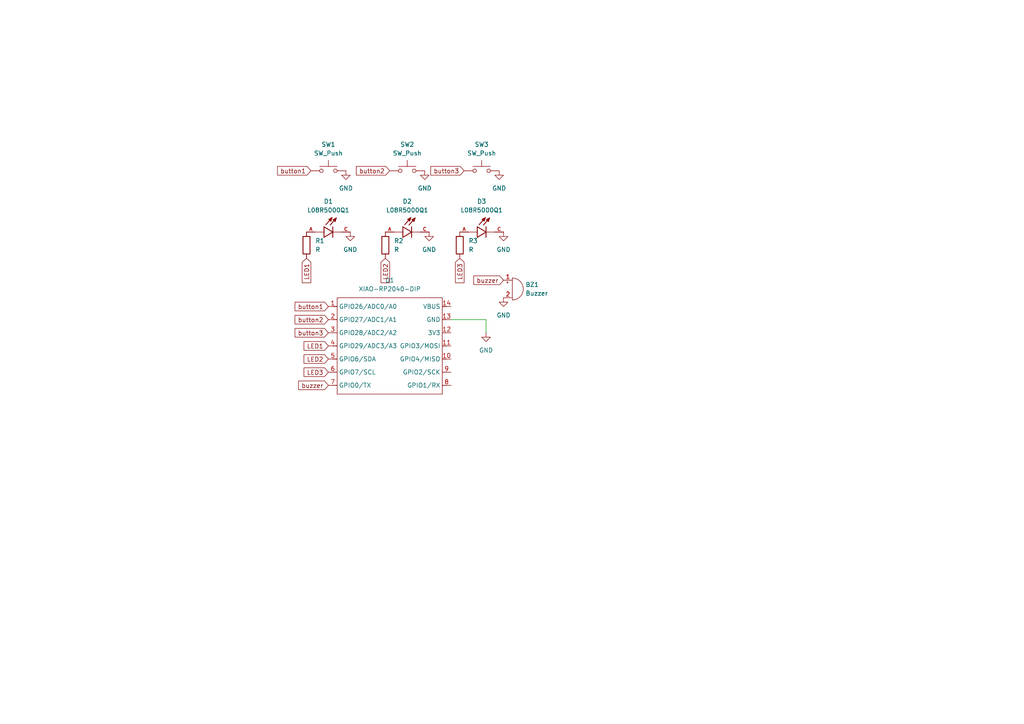
<source format=kicad_sch>
(kicad_sch
	(version 20250114)
	(generator "eeschema")
	(generator_version "9.0")
	(uuid "c80fa80f-0ab4-4538-8d2e-f3f3eae7d722")
	(paper "A4")
	(lib_symbols
		(symbol "Device:Buzzer"
			(pin_names
				(offset 0.0254)
				(hide yes)
			)
			(exclude_from_sim no)
			(in_bom yes)
			(on_board yes)
			(property "Reference" "BZ"
				(at 3.81 1.27 0)
				(effects
					(font
						(size 1.27 1.27)
					)
					(justify left)
				)
			)
			(property "Value" "Buzzer"
				(at 3.81 -1.27 0)
				(effects
					(font
						(size 1.27 1.27)
					)
					(justify left)
				)
			)
			(property "Footprint" ""
				(at -0.635 2.54 90)
				(effects
					(font
						(size 1.27 1.27)
					)
					(hide yes)
				)
			)
			(property "Datasheet" "~"
				(at -0.635 2.54 90)
				(effects
					(font
						(size 1.27 1.27)
					)
					(hide yes)
				)
			)
			(property "Description" "Buzzer, polarized"
				(at 0 0 0)
				(effects
					(font
						(size 1.27 1.27)
					)
					(hide yes)
				)
			)
			(property "ki_keywords" "quartz resonator ceramic"
				(at 0 0 0)
				(effects
					(font
						(size 1.27 1.27)
					)
					(hide yes)
				)
			)
			(property "ki_fp_filters" "*Buzzer*"
				(at 0 0 0)
				(effects
					(font
						(size 1.27 1.27)
					)
					(hide yes)
				)
			)
			(symbol "Buzzer_0_1"
				(polyline
					(pts
						(xy -1.651 1.905) (xy -1.143 1.905)
					)
					(stroke
						(width 0)
						(type default)
					)
					(fill
						(type none)
					)
				)
				(polyline
					(pts
						(xy -1.397 2.159) (xy -1.397 1.651)
					)
					(stroke
						(width 0)
						(type default)
					)
					(fill
						(type none)
					)
				)
				(arc
					(start 0 3.175)
					(mid 3.1612 0)
					(end 0 -3.175)
					(stroke
						(width 0)
						(type default)
					)
					(fill
						(type none)
					)
				)
				(polyline
					(pts
						(xy 0 3.175) (xy 0 -3.175)
					)
					(stroke
						(width 0)
						(type default)
					)
					(fill
						(type none)
					)
				)
			)
			(symbol "Buzzer_1_1"
				(pin passive line
					(at -2.54 2.54 0)
					(length 2.54)
					(name "+"
						(effects
							(font
								(size 1.27 1.27)
							)
						)
					)
					(number "1"
						(effects
							(font
								(size 1.27 1.27)
							)
						)
					)
				)
				(pin passive line
					(at -2.54 -2.54 0)
					(length 2.54)
					(name "-"
						(effects
							(font
								(size 1.27 1.27)
							)
						)
					)
					(number "2"
						(effects
							(font
								(size 1.27 1.27)
							)
						)
					)
				)
			)
			(embedded_fonts no)
		)
		(symbol "Device:R"
			(pin_numbers
				(hide yes)
			)
			(pin_names
				(offset 0)
			)
			(exclude_from_sim no)
			(in_bom yes)
			(on_board yes)
			(property "Reference" "R"
				(at 2.032 0 90)
				(effects
					(font
						(size 1.27 1.27)
					)
				)
			)
			(property "Value" "R"
				(at 0 0 90)
				(effects
					(font
						(size 1.27 1.27)
					)
				)
			)
			(property "Footprint" ""
				(at -1.778 0 90)
				(effects
					(font
						(size 1.27 1.27)
					)
					(hide yes)
				)
			)
			(property "Datasheet" "~"
				(at 0 0 0)
				(effects
					(font
						(size 1.27 1.27)
					)
					(hide yes)
				)
			)
			(property "Description" "Resistor"
				(at 0 0 0)
				(effects
					(font
						(size 1.27 1.27)
					)
					(hide yes)
				)
			)
			(property "ki_keywords" "R res resistor"
				(at 0 0 0)
				(effects
					(font
						(size 1.27 1.27)
					)
					(hide yes)
				)
			)
			(property "ki_fp_filters" "R_*"
				(at 0 0 0)
				(effects
					(font
						(size 1.27 1.27)
					)
					(hide yes)
				)
			)
			(symbol "R_0_1"
				(rectangle
					(start -1.016 -2.54)
					(end 1.016 2.54)
					(stroke
						(width 0.254)
						(type default)
					)
					(fill
						(type none)
					)
				)
			)
			(symbol "R_1_1"
				(pin passive line
					(at 0 3.81 270)
					(length 1.27)
					(name "~"
						(effects
							(font
								(size 1.27 1.27)
							)
						)
					)
					(number "1"
						(effects
							(font
								(size 1.27 1.27)
							)
						)
					)
				)
				(pin passive line
					(at 0 -3.81 90)
					(length 1.27)
					(name "~"
						(effects
							(font
								(size 1.27 1.27)
							)
						)
					)
					(number "2"
						(effects
							(font
								(size 1.27 1.27)
							)
						)
					)
				)
			)
			(embedded_fonts no)
		)
		(symbol "L08R5000Q1:L08R5000Q1"
			(pin_names
				(offset 1.016)
			)
			(exclude_from_sim no)
			(in_bom yes)
			(on_board yes)
			(property "Reference" "D"
				(at -3.0988 4.4958 0)
				(effects
					(font
						(size 1.27 1.27)
					)
					(justify left bottom)
				)
			)
			(property "Value" "L08R5000Q1"
				(at -3.556 -3.302 0)
				(effects
					(font
						(size 1.27 1.27)
					)
					(justify left bottom)
				)
			)
			(property "Footprint" "L08R5000Q1:LEDRD254W57D500H1070"
				(at 0 0 0)
				(effects
					(font
						(size 1.27 1.27)
					)
					(justify bottom)
					(hide yes)
				)
			)
			(property "Datasheet" ""
				(at 0 0 0)
				(effects
					(font
						(size 1.27 1.27)
					)
					(hide yes)
				)
			)
			(property "Description" ""
				(at 0 0 0)
				(effects
					(font
						(size 1.27 1.27)
					)
					(hide yes)
				)
			)
			(property "MF" "LED Technology"
				(at 0 0 0)
				(effects
					(font
						(size 1.27 1.27)
					)
					(justify bottom)
					(hide yes)
				)
			)
			(property "MAXIMUM_PACKAGE_HEIGHT" "10.7mm"
				(at 0 0 0)
				(effects
					(font
						(size 1.27 1.27)
					)
					(justify bottom)
					(hide yes)
				)
			)
			(property "Package" "None"
				(at 0 0 0)
				(effects
					(font
						(size 1.27 1.27)
					)
					(justify bottom)
					(hide yes)
				)
			)
			(property "Price" "None"
				(at 0 0 0)
				(effects
					(font
						(size 1.27 1.27)
					)
					(justify bottom)
					(hide yes)
				)
			)
			(property "Check_prices" "https://www.snapeda.com/parts/L08R5000Q1/LED+Technology/view-part/?ref=eda"
				(at 0 0 0)
				(effects
					(font
						(size 1.27 1.27)
					)
					(justify bottom)
					(hide yes)
				)
			)
			(property "STANDARD" "IPC-7351B"
				(at 0 0 0)
				(effects
					(font
						(size 1.27 1.27)
					)
					(justify bottom)
					(hide yes)
				)
			)
			(property "PARTREV" "NA"
				(at 0 0 0)
				(effects
					(font
						(size 1.27 1.27)
					)
					(justify bottom)
					(hide yes)
				)
			)
			(property "SnapEDA_Link" "https://www.snapeda.com/parts/L08R5000Q1/LED+Technology/view-part/?ref=snap"
				(at 0 0 0)
				(effects
					(font
						(size 1.27 1.27)
					)
					(justify bottom)
					(hide yes)
				)
			)
			(property "MP" "L08R5000Q1"
				(at 0 0 0)
				(effects
					(font
						(size 1.27 1.27)
					)
					(justify bottom)
					(hide yes)
				)
			)
			(property "Description_1" "LED, 5MM, ORANGE; LED / Lamp Size: 5mm / T-1 3/4; LED Colour: Orange; Typ Luminous Intensity: 4.3mcd; Viewing Angle: ..."
				(at 0 0 0)
				(effects
					(font
						(size 1.27 1.27)
					)
					(justify bottom)
					(hide yes)
				)
			)
			(property "Availability" "Not in stock"
				(at 0 0 0)
				(effects
					(font
						(size 1.27 1.27)
					)
					(justify bottom)
					(hide yes)
				)
			)
			(property "MANUFACTURER" "LED TECHNOLOGY"
				(at 0 0 0)
				(effects
					(font
						(size 1.27 1.27)
					)
					(justify bottom)
					(hide yes)
				)
			)
			(symbol "L08R5000Q1_0_0"
				(polyline
					(pts
						(xy -2.54 1.524) (xy -2.54 0)
					)
					(stroke
						(width 0.254)
						(type default)
					)
					(fill
						(type none)
					)
				)
				(polyline
					(pts
						(xy -2.54 0) (xy -5.08 0)
					)
					(stroke
						(width 0.1524)
						(type default)
					)
					(fill
						(type none)
					)
				)
				(polyline
					(pts
						(xy -2.54 0) (xy -2.54 -1.524)
					)
					(stroke
						(width 0.254)
						(type default)
					)
					(fill
						(type none)
					)
				)
				(polyline
					(pts
						(xy -2.54 -1.524) (xy 0 0)
					)
					(stroke
						(width 0.254)
						(type default)
					)
					(fill
						(type none)
					)
				)
				(polyline
					(pts
						(xy -1.1176 3.683) (xy -0.2286 4.1656)
					)
					(stroke
						(width 0.254)
						(type default)
					)
					(fill
						(type none)
					)
				)
				(polyline
					(pts
						(xy -0.9398 3.6068) (xy -0.7112 3.7592)
					)
					(stroke
						(width 0.254)
						(type default)
					)
					(fill
						(type none)
					)
				)
				(polyline
					(pts
						(xy -0.5588 3.2004) (xy -1.1176 3.683)
					)
					(stroke
						(width 0.254)
						(type default)
					)
					(fill
						(type none)
					)
				)
				(polyline
					(pts
						(xy -0.5588 3.2004) (xy -0.5334 3.937)
					)
					(stroke
						(width 0.254)
						(type default)
					)
					(fill
						(type none)
					)
				)
				(polyline
					(pts
						(xy -0.5334 3.937) (xy -0.6604 3.937)
					)
					(stroke
						(width 0.254)
						(type default)
					)
					(fill
						(type none)
					)
				)
				(polyline
					(pts
						(xy -0.2286 4.1656) (xy -2.0066 2.1336)
					)
					(stroke
						(width 0.254)
						(type default)
					)
					(fill
						(type none)
					)
				)
				(polyline
					(pts
						(xy -0.2286 4.1656) (xy -0.5588 3.2004)
					)
					(stroke
						(width 0.254)
						(type default)
					)
					(fill
						(type none)
					)
				)
				(polyline
					(pts
						(xy 0 1.524) (xy 0 0)
					)
					(stroke
						(width 0.254)
						(type default)
					)
					(fill
						(type none)
					)
				)
				(polyline
					(pts
						(xy 0 0) (xy -2.54 1.524)
					)
					(stroke
						(width 0.254)
						(type default)
					)
					(fill
						(type none)
					)
				)
				(polyline
					(pts
						(xy 0 0) (xy 0 -1.524)
					)
					(stroke
						(width 0.254)
						(type default)
					)
					(fill
						(type none)
					)
				)
				(polyline
					(pts
						(xy 0.127 3.5814) (xy 1.016 4.064)
					)
					(stroke
						(width 0.254)
						(type default)
					)
					(fill
						(type none)
					)
				)
				(polyline
					(pts
						(xy 0.3048 3.5052) (xy 0.5334 3.6576)
					)
					(stroke
						(width 0.254)
						(type default)
					)
					(fill
						(type none)
					)
				)
				(polyline
					(pts
						(xy 0.6858 3.0988) (xy 0.127 3.5814)
					)
					(stroke
						(width 0.254)
						(type default)
					)
					(fill
						(type none)
					)
				)
				(polyline
					(pts
						(xy 0.6858 3.0988) (xy 0.7112 3.8354)
					)
					(stroke
						(width 0.254)
						(type default)
					)
					(fill
						(type none)
					)
				)
				(polyline
					(pts
						(xy 0.7112 3.8354) (xy 0.5842 3.8354)
					)
					(stroke
						(width 0.254)
						(type default)
					)
					(fill
						(type none)
					)
				)
				(polyline
					(pts
						(xy 1.016 4.064) (xy -0.762 2.032)
					)
					(stroke
						(width 0.254)
						(type default)
					)
					(fill
						(type none)
					)
				)
				(polyline
					(pts
						(xy 1.016 4.064) (xy 0.6858 3.0988)
					)
					(stroke
						(width 0.254)
						(type default)
					)
					(fill
						(type none)
					)
				)
				(polyline
					(pts
						(xy 2.54 0) (xy 0 0)
					)
					(stroke
						(width 0.1524)
						(type default)
					)
					(fill
						(type none)
					)
				)
				(pin passive line
					(at -7.62 0 0)
					(length 2.54)
					(name "~"
						(effects
							(font
								(size 1.016 1.016)
							)
						)
					)
					(number "A"
						(effects
							(font
								(size 1.016 1.016)
							)
						)
					)
				)
				(pin passive line
					(at 5.08 0 180)
					(length 2.54)
					(name "~"
						(effects
							(font
								(size 1.016 1.016)
							)
						)
					)
					(number "C"
						(effects
							(font
								(size 1.016 1.016)
							)
						)
					)
				)
			)
			(embedded_fonts no)
		)
		(symbol "Seeed_Studio_XIAO_Series:XIAO-RP2040-DIP"
			(exclude_from_sim no)
			(in_bom yes)
			(on_board yes)
			(property "Reference" "U"
				(at 0 0 0)
				(effects
					(font
						(size 1.27 1.27)
					)
				)
			)
			(property "Value" "XIAO-RP2040-DIP"
				(at 5.334 -1.778 0)
				(effects
					(font
						(size 1.27 1.27)
					)
				)
			)
			(property "Footprint" "Module:MOUDLE14P-XIAO-DIP-SMD"
				(at 14.478 -32.258 0)
				(effects
					(font
						(size 1.27 1.27)
					)
					(hide yes)
				)
			)
			(property "Datasheet" ""
				(at 0 0 0)
				(effects
					(font
						(size 1.27 1.27)
					)
					(hide yes)
				)
			)
			(property "Description" ""
				(at 0 0 0)
				(effects
					(font
						(size 1.27 1.27)
					)
					(hide yes)
				)
			)
			(symbol "XIAO-RP2040-DIP_1_0"
				(polyline
					(pts
						(xy -1.27 -2.54) (xy 29.21 -2.54)
					)
					(stroke
						(width 0.1524)
						(type solid)
					)
					(fill
						(type none)
					)
				)
				(polyline
					(pts
						(xy -1.27 -5.08) (xy -2.54 -5.08)
					)
					(stroke
						(width 0.1524)
						(type solid)
					)
					(fill
						(type none)
					)
				)
				(polyline
					(pts
						(xy -1.27 -5.08) (xy -1.27 -2.54)
					)
					(stroke
						(width 0.1524)
						(type solid)
					)
					(fill
						(type none)
					)
				)
				(polyline
					(pts
						(xy -1.27 -8.89) (xy -2.54 -8.89)
					)
					(stroke
						(width 0.1524)
						(type solid)
					)
					(fill
						(type none)
					)
				)
				(polyline
					(pts
						(xy -1.27 -8.89) (xy -1.27 -5.08)
					)
					(stroke
						(width 0.1524)
						(type solid)
					)
					(fill
						(type none)
					)
				)
				(polyline
					(pts
						(xy -1.27 -12.7) (xy -2.54 -12.7)
					)
					(stroke
						(width 0.1524)
						(type solid)
					)
					(fill
						(type none)
					)
				)
				(polyline
					(pts
						(xy -1.27 -12.7) (xy -1.27 -8.89)
					)
					(stroke
						(width 0.1524)
						(type solid)
					)
					(fill
						(type none)
					)
				)
				(polyline
					(pts
						(xy -1.27 -16.51) (xy -2.54 -16.51)
					)
					(stroke
						(width 0.1524)
						(type solid)
					)
					(fill
						(type none)
					)
				)
				(polyline
					(pts
						(xy -1.27 -16.51) (xy -1.27 -12.7)
					)
					(stroke
						(width 0.1524)
						(type solid)
					)
					(fill
						(type none)
					)
				)
				(polyline
					(pts
						(xy -1.27 -20.32) (xy -2.54 -20.32)
					)
					(stroke
						(width 0.1524)
						(type solid)
					)
					(fill
						(type none)
					)
				)
				(polyline
					(pts
						(xy -1.27 -24.13) (xy -2.54 -24.13)
					)
					(stroke
						(width 0.1524)
						(type solid)
					)
					(fill
						(type none)
					)
				)
				(polyline
					(pts
						(xy -1.27 -27.94) (xy -2.54 -27.94)
					)
					(stroke
						(width 0.1524)
						(type solid)
					)
					(fill
						(type none)
					)
				)
				(polyline
					(pts
						(xy -1.27 -30.48) (xy -1.27 -16.51)
					)
					(stroke
						(width 0.1524)
						(type solid)
					)
					(fill
						(type none)
					)
				)
				(polyline
					(pts
						(xy 29.21 -2.54) (xy 29.21 -5.08)
					)
					(stroke
						(width 0.1524)
						(type solid)
					)
					(fill
						(type none)
					)
				)
				(polyline
					(pts
						(xy 29.21 -5.08) (xy 29.21 -8.89)
					)
					(stroke
						(width 0.1524)
						(type solid)
					)
					(fill
						(type none)
					)
				)
				(polyline
					(pts
						(xy 29.21 -8.89) (xy 29.21 -12.7)
					)
					(stroke
						(width 0.1524)
						(type solid)
					)
					(fill
						(type none)
					)
				)
				(polyline
					(pts
						(xy 29.21 -12.7) (xy 29.21 -30.48)
					)
					(stroke
						(width 0.1524)
						(type solid)
					)
					(fill
						(type none)
					)
				)
				(polyline
					(pts
						(xy 29.21 -30.48) (xy -1.27 -30.48)
					)
					(stroke
						(width 0.1524)
						(type solid)
					)
					(fill
						(type none)
					)
				)
				(polyline
					(pts
						(xy 30.48 -5.08) (xy 29.21 -5.08)
					)
					(stroke
						(width 0.1524)
						(type solid)
					)
					(fill
						(type none)
					)
				)
				(polyline
					(pts
						(xy 30.48 -8.89) (xy 29.21 -8.89)
					)
					(stroke
						(width 0.1524)
						(type solid)
					)
					(fill
						(type none)
					)
				)
				(polyline
					(pts
						(xy 30.48 -12.7) (xy 29.21 -12.7)
					)
					(stroke
						(width 0.1524)
						(type solid)
					)
					(fill
						(type none)
					)
				)
				(polyline
					(pts
						(xy 30.48 -16.51) (xy 29.21 -16.51)
					)
					(stroke
						(width 0.1524)
						(type solid)
					)
					(fill
						(type none)
					)
				)
				(polyline
					(pts
						(xy 30.48 -20.32) (xy 29.21 -20.32)
					)
					(stroke
						(width 0.1524)
						(type solid)
					)
					(fill
						(type none)
					)
				)
				(polyline
					(pts
						(xy 30.48 -24.13) (xy 29.21 -24.13)
					)
					(stroke
						(width 0.1524)
						(type solid)
					)
					(fill
						(type none)
					)
				)
				(polyline
					(pts
						(xy 30.48 -27.94) (xy 29.21 -27.94)
					)
					(stroke
						(width 0.1524)
						(type solid)
					)
					(fill
						(type none)
					)
				)
				(pin passive line
					(at -3.81 -5.08 0)
					(length 2.54)
					(name "GPIO26/ADC0/A0"
						(effects
							(font
								(size 1.27 1.27)
							)
						)
					)
					(number "1"
						(effects
							(font
								(size 1.27 1.27)
							)
						)
					)
				)
				(pin passive line
					(at -3.81 -8.89 0)
					(length 2.54)
					(name "GPIO27/ADC1/A1"
						(effects
							(font
								(size 1.27 1.27)
							)
						)
					)
					(number "2"
						(effects
							(font
								(size 1.27 1.27)
							)
						)
					)
				)
				(pin passive line
					(at -3.81 -12.7 0)
					(length 2.54)
					(name "GPIO28/ADC2/A2"
						(effects
							(font
								(size 1.27 1.27)
							)
						)
					)
					(number "3"
						(effects
							(font
								(size 1.27 1.27)
							)
						)
					)
				)
				(pin passive line
					(at -3.81 -16.51 0)
					(length 2.54)
					(name "GPIO29/ADC3/A3"
						(effects
							(font
								(size 1.27 1.27)
							)
						)
					)
					(number "4"
						(effects
							(font
								(size 1.27 1.27)
							)
						)
					)
				)
				(pin passive line
					(at -3.81 -20.32 0)
					(length 2.54)
					(name "GPIO6/SDA"
						(effects
							(font
								(size 1.27 1.27)
							)
						)
					)
					(number "5"
						(effects
							(font
								(size 1.27 1.27)
							)
						)
					)
				)
				(pin passive line
					(at -3.81 -24.13 0)
					(length 2.54)
					(name "GPIO7/SCL"
						(effects
							(font
								(size 1.27 1.27)
							)
						)
					)
					(number "6"
						(effects
							(font
								(size 1.27 1.27)
							)
						)
					)
				)
				(pin passive line
					(at -3.81 -27.94 0)
					(length 2.54)
					(name "GPIO0/TX"
						(effects
							(font
								(size 1.27 1.27)
							)
						)
					)
					(number "7"
						(effects
							(font
								(size 1.27 1.27)
							)
						)
					)
				)
				(pin passive line
					(at 31.75 -5.08 180)
					(length 2.54)
					(name "VBUS"
						(effects
							(font
								(size 1.27 1.27)
							)
						)
					)
					(number "14"
						(effects
							(font
								(size 1.27 1.27)
							)
						)
					)
				)
				(pin passive line
					(at 31.75 -8.89 180)
					(length 2.54)
					(name "GND"
						(effects
							(font
								(size 1.27 1.27)
							)
						)
					)
					(number "13"
						(effects
							(font
								(size 1.27 1.27)
							)
						)
					)
				)
				(pin passive line
					(at 31.75 -12.7 180)
					(length 2.54)
					(name "3V3"
						(effects
							(font
								(size 1.27 1.27)
							)
						)
					)
					(number "12"
						(effects
							(font
								(size 1.27 1.27)
							)
						)
					)
				)
				(pin passive line
					(at 31.75 -16.51 180)
					(length 2.54)
					(name "GPIO3/MOSI"
						(effects
							(font
								(size 1.27 1.27)
							)
						)
					)
					(number "11"
						(effects
							(font
								(size 1.27 1.27)
							)
						)
					)
				)
				(pin passive line
					(at 31.75 -20.32 180)
					(length 2.54)
					(name "GPIO4/MISO"
						(effects
							(font
								(size 1.27 1.27)
							)
						)
					)
					(number "10"
						(effects
							(font
								(size 1.27 1.27)
							)
						)
					)
				)
				(pin passive line
					(at 31.75 -24.13 180)
					(length 2.54)
					(name "GPIO2/SCK"
						(effects
							(font
								(size 1.27 1.27)
							)
						)
					)
					(number "9"
						(effects
							(font
								(size 1.27 1.27)
							)
						)
					)
				)
				(pin passive line
					(at 31.75 -27.94 180)
					(length 2.54)
					(name "GPIO1/RX"
						(effects
							(font
								(size 1.27 1.27)
							)
						)
					)
					(number "8"
						(effects
							(font
								(size 1.27 1.27)
							)
						)
					)
				)
			)
			(embedded_fonts no)
		)
		(symbol "Switch:SW_Push"
			(pin_numbers
				(hide yes)
			)
			(pin_names
				(offset 1.016)
				(hide yes)
			)
			(exclude_from_sim no)
			(in_bom yes)
			(on_board yes)
			(property "Reference" "SW"
				(at 1.27 2.54 0)
				(effects
					(font
						(size 1.27 1.27)
					)
					(justify left)
				)
			)
			(property "Value" "SW_Push"
				(at 0 -1.524 0)
				(effects
					(font
						(size 1.27 1.27)
					)
				)
			)
			(property "Footprint" ""
				(at 0 5.08 0)
				(effects
					(font
						(size 1.27 1.27)
					)
					(hide yes)
				)
			)
			(property "Datasheet" "~"
				(at 0 5.08 0)
				(effects
					(font
						(size 1.27 1.27)
					)
					(hide yes)
				)
			)
			(property "Description" "Push button switch, generic, two pins"
				(at 0 0 0)
				(effects
					(font
						(size 1.27 1.27)
					)
					(hide yes)
				)
			)
			(property "ki_keywords" "switch normally-open pushbutton push-button"
				(at 0 0 0)
				(effects
					(font
						(size 1.27 1.27)
					)
					(hide yes)
				)
			)
			(symbol "SW_Push_0_1"
				(circle
					(center -2.032 0)
					(radius 0.508)
					(stroke
						(width 0)
						(type default)
					)
					(fill
						(type none)
					)
				)
				(polyline
					(pts
						(xy 0 1.27) (xy 0 3.048)
					)
					(stroke
						(width 0)
						(type default)
					)
					(fill
						(type none)
					)
				)
				(circle
					(center 2.032 0)
					(radius 0.508)
					(stroke
						(width 0)
						(type default)
					)
					(fill
						(type none)
					)
				)
				(polyline
					(pts
						(xy 2.54 1.27) (xy -2.54 1.27)
					)
					(stroke
						(width 0)
						(type default)
					)
					(fill
						(type none)
					)
				)
				(pin passive line
					(at -5.08 0 0)
					(length 2.54)
					(name "1"
						(effects
							(font
								(size 1.27 1.27)
							)
						)
					)
					(number "1"
						(effects
							(font
								(size 1.27 1.27)
							)
						)
					)
				)
				(pin passive line
					(at 5.08 0 180)
					(length 2.54)
					(name "2"
						(effects
							(font
								(size 1.27 1.27)
							)
						)
					)
					(number "2"
						(effects
							(font
								(size 1.27 1.27)
							)
						)
					)
				)
			)
			(embedded_fonts no)
		)
		(symbol "power:GND"
			(power)
			(pin_numbers
				(hide yes)
			)
			(pin_names
				(offset 0)
				(hide yes)
			)
			(exclude_from_sim no)
			(in_bom yes)
			(on_board yes)
			(property "Reference" "#PWR"
				(at 0 -6.35 0)
				(effects
					(font
						(size 1.27 1.27)
					)
					(hide yes)
				)
			)
			(property "Value" "GND"
				(at 0 -3.81 0)
				(effects
					(font
						(size 1.27 1.27)
					)
				)
			)
			(property "Footprint" ""
				(at 0 0 0)
				(effects
					(font
						(size 1.27 1.27)
					)
					(hide yes)
				)
			)
			(property "Datasheet" ""
				(at 0 0 0)
				(effects
					(font
						(size 1.27 1.27)
					)
					(hide yes)
				)
			)
			(property "Description" "Power symbol creates a global label with name \"GND\" , ground"
				(at 0 0 0)
				(effects
					(font
						(size 1.27 1.27)
					)
					(hide yes)
				)
			)
			(property "ki_keywords" "global power"
				(at 0 0 0)
				(effects
					(font
						(size 1.27 1.27)
					)
					(hide yes)
				)
			)
			(symbol "GND_0_1"
				(polyline
					(pts
						(xy 0 0) (xy 0 -1.27) (xy 1.27 -1.27) (xy 0 -2.54) (xy -1.27 -1.27) (xy 0 -1.27)
					)
					(stroke
						(width 0)
						(type default)
					)
					(fill
						(type none)
					)
				)
			)
			(symbol "GND_1_1"
				(pin power_in line
					(at 0 0 270)
					(length 0)
					(name "~"
						(effects
							(font
								(size 1.27 1.27)
							)
						)
					)
					(number "1"
						(effects
							(font
								(size 1.27 1.27)
							)
						)
					)
				)
			)
			(embedded_fonts no)
		)
	)
	(wire
		(pts
			(xy 130.81 92.71) (xy 140.97 92.71)
		)
		(stroke
			(width 0)
			(type default)
		)
		(uuid "48c6587a-2047-4613-ad6c-e19af4257749")
	)
	(wire
		(pts
			(xy 140.97 92.71) (xy 140.97 96.52)
		)
		(stroke
			(width 0)
			(type default)
		)
		(uuid "bab4c1ab-2cf2-4cba-94e0-9eb30f7acfbc")
	)
	(global_label "LED3"
		(shape input)
		(at 95.25 107.95 180)
		(fields_autoplaced yes)
		(effects
			(font
				(size 1.27 1.27)
			)
			(justify right)
		)
		(uuid "0a5da04b-cb4b-4b7c-b1f8-3d188cff7557")
		(property "Intersheetrefs" "${INTERSHEET_REFS}"
			(at 87.6082 107.95 0)
			(effects
				(font
					(size 1.27 1.27)
				)
				(justify right)
				(hide yes)
			)
		)
	)
	(global_label "LED1"
		(shape input)
		(at 88.9 74.93 270)
		(fields_autoplaced yes)
		(effects
			(font
				(size 1.27 1.27)
			)
			(justify right)
		)
		(uuid "0a75dbf9-e4d3-46ed-86a5-c9e8a547f562")
		(property "Intersheetrefs" "${INTERSHEET_REFS}"
			(at 88.9 82.5718 90)
			(effects
				(font
					(size 1.27 1.27)
				)
				(justify right)
				(hide yes)
			)
		)
	)
	(global_label "LED3"
		(shape input)
		(at 133.35 74.93 270)
		(fields_autoplaced yes)
		(effects
			(font
				(size 1.27 1.27)
			)
			(justify right)
		)
		(uuid "0ad9b944-d4d7-46c2-8740-a17ef456124f")
		(property "Intersheetrefs" "${INTERSHEET_REFS}"
			(at 133.35 82.5718 90)
			(effects
				(font
					(size 1.27 1.27)
				)
				(justify right)
				(hide yes)
			)
		)
	)
	(global_label "button1"
		(shape input)
		(at 90.17 49.53 180)
		(fields_autoplaced yes)
		(effects
			(font
				(size 1.27 1.27)
			)
			(justify right)
		)
		(uuid "0d2353bd-bb47-4f35-af44-cbdf23721ec1")
		(property "Intersheetrefs" "${INTERSHEET_REFS}"
			(at 79.9279 49.53 0)
			(effects
				(font
					(size 1.27 1.27)
				)
				(justify right)
				(hide yes)
			)
		)
	)
	(global_label "LED2"
		(shape input)
		(at 111.76 74.93 270)
		(fields_autoplaced yes)
		(effects
			(font
				(size 1.27 1.27)
			)
			(justify right)
		)
		(uuid "1ab6893f-9059-474a-8d94-81dd994129d1")
		(property "Intersheetrefs" "${INTERSHEET_REFS}"
			(at 111.76 82.5718 90)
			(effects
				(font
					(size 1.27 1.27)
				)
				(justify right)
				(hide yes)
			)
		)
	)
	(global_label "LED1"
		(shape input)
		(at 95.25 100.33 180)
		(fields_autoplaced yes)
		(effects
			(font
				(size 1.27 1.27)
			)
			(justify right)
		)
		(uuid "1ea9657d-9b38-406d-8932-6b820cfe32a3")
		(property "Intersheetrefs" "${INTERSHEET_REFS}"
			(at 87.6082 100.33 0)
			(effects
				(font
					(size 1.27 1.27)
				)
				(justify right)
				(hide yes)
			)
		)
	)
	(global_label "LED2"
		(shape input)
		(at 95.25 104.14 180)
		(fields_autoplaced yes)
		(effects
			(font
				(size 1.27 1.27)
			)
			(justify right)
		)
		(uuid "50afa75e-a5fc-4574-b5d6-7231156582a9")
		(property "Intersheetrefs" "${INTERSHEET_REFS}"
			(at 87.6082 104.14 0)
			(effects
				(font
					(size 1.27 1.27)
				)
				(justify right)
				(hide yes)
			)
		)
	)
	(global_label "button3"
		(shape input)
		(at 95.25 96.52 180)
		(fields_autoplaced yes)
		(effects
			(font
				(size 1.27 1.27)
			)
			(justify right)
		)
		(uuid "619f39a4-462b-4bd1-aafa-5057f00c4c9d")
		(property "Intersheetrefs" "${INTERSHEET_REFS}"
			(at 85.0079 96.52 0)
			(effects
				(font
					(size 1.27 1.27)
				)
				(justify right)
				(hide yes)
			)
		)
	)
	(global_label "button1"
		(shape input)
		(at 95.25 88.9 180)
		(fields_autoplaced yes)
		(effects
			(font
				(size 1.27 1.27)
			)
			(justify right)
		)
		(uuid "800ff71c-97de-4f93-81f3-af01e52742de")
		(property "Intersheetrefs" "${INTERSHEET_REFS}"
			(at 85.0079 88.9 0)
			(effects
				(font
					(size 1.27 1.27)
				)
				(justify right)
				(hide yes)
			)
		)
	)
	(global_label "buzzer"
		(shape input)
		(at 95.25 111.76 180)
		(fields_autoplaced yes)
		(effects
			(font
				(size 1.27 1.27)
			)
			(justify right)
		)
		(uuid "90fd55bf-71f8-4acb-a9ef-bdf42f25668b")
		(property "Intersheetrefs" "${INTERSHEET_REFS}"
			(at 86.0358 111.76 0)
			(effects
				(font
					(size 1.27 1.27)
				)
				(justify right)
				(hide yes)
			)
		)
	)
	(global_label "button2"
		(shape input)
		(at 113.03 49.53 180)
		(fields_autoplaced yes)
		(effects
			(font
				(size 1.27 1.27)
			)
			(justify right)
		)
		(uuid "a7ab8c09-883f-4fee-8dff-f4e2f4b277d3")
		(property "Intersheetrefs" "${INTERSHEET_REFS}"
			(at 102.7879 49.53 0)
			(effects
				(font
					(size 1.27 1.27)
				)
				(justify right)
				(hide yes)
			)
		)
	)
	(global_label "button3"
		(shape input)
		(at 134.62 49.53 180)
		(fields_autoplaced yes)
		(effects
			(font
				(size 1.27 1.27)
			)
			(justify right)
		)
		(uuid "b1b833c9-8c5a-453f-b977-7c1bcecf053b")
		(property "Intersheetrefs" "${INTERSHEET_REFS}"
			(at 124.3779 49.53 0)
			(effects
				(font
					(size 1.27 1.27)
				)
				(justify right)
				(hide yes)
			)
		)
	)
	(global_label "button2"
		(shape input)
		(at 95.25 92.71 180)
		(fields_autoplaced yes)
		(effects
			(font
				(size 1.27 1.27)
			)
			(justify right)
		)
		(uuid "b8184403-78df-4bb1-95fa-42d856748a19")
		(property "Intersheetrefs" "${INTERSHEET_REFS}"
			(at 85.0079 92.71 0)
			(effects
				(font
					(size 1.27 1.27)
				)
				(justify right)
				(hide yes)
			)
		)
	)
	(global_label "buzzer"
		(shape input)
		(at 146.05 81.28 180)
		(fields_autoplaced yes)
		(effects
			(font
				(size 1.27 1.27)
			)
			(justify right)
		)
		(uuid "ce92f7a4-f7ec-45d0-a1af-56c8d6312056")
		(property "Intersheetrefs" "${INTERSHEET_REFS}"
			(at 136.8358 81.28 0)
			(effects
				(font
					(size 1.27 1.27)
				)
				(justify right)
				(hide yes)
			)
		)
	)
	(symbol
		(lib_id "power:GND")
		(at 146.05 86.36 0)
		(unit 1)
		(exclude_from_sim no)
		(in_bom yes)
		(on_board yes)
		(dnp no)
		(fields_autoplaced yes)
		(uuid "152be37c-de76-4365-a1e1-398ed4809c45")
		(property "Reference" "#PWR08"
			(at 146.05 92.71 0)
			(effects
				(font
					(size 1.27 1.27)
				)
				(hide yes)
			)
		)
		(property "Value" "GND"
			(at 146.05 91.44 0)
			(effects
				(font
					(size 1.27 1.27)
				)
			)
		)
		(property "Footprint" ""
			(at 146.05 86.36 0)
			(effects
				(font
					(size 1.27 1.27)
				)
				(hide yes)
			)
		)
		(property "Datasheet" ""
			(at 146.05 86.36 0)
			(effects
				(font
					(size 1.27 1.27)
				)
				(hide yes)
			)
		)
		(property "Description" "Power symbol creates a global label with name \"GND\" , ground"
			(at 146.05 86.36 0)
			(effects
				(font
					(size 1.27 1.27)
				)
				(hide yes)
			)
		)
		(pin "1"
			(uuid "a23906dd-88be-42ee-a5bf-722b15eedf2e")
		)
		(instances
			(project ""
				(path "/c80fa80f-0ab4-4538-8d2e-f3f3eae7d722"
					(reference "#PWR08")
					(unit 1)
				)
			)
		)
	)
	(symbol
		(lib_id "power:GND")
		(at 144.78 49.53 0)
		(unit 1)
		(exclude_from_sim no)
		(in_bom yes)
		(on_board yes)
		(dnp no)
		(fields_autoplaced yes)
		(uuid "1bf961d8-20d6-4d44-b4d9-5c6e92741241")
		(property "Reference" "#PWR03"
			(at 144.78 55.88 0)
			(effects
				(font
					(size 1.27 1.27)
				)
				(hide yes)
			)
		)
		(property "Value" "GND"
			(at 144.78 54.61 0)
			(effects
				(font
					(size 1.27 1.27)
				)
			)
		)
		(property "Footprint" ""
			(at 144.78 49.53 0)
			(effects
				(font
					(size 1.27 1.27)
				)
				(hide yes)
			)
		)
		(property "Datasheet" ""
			(at 144.78 49.53 0)
			(effects
				(font
					(size 1.27 1.27)
				)
				(hide yes)
			)
		)
		(property "Description" "Power symbol creates a global label with name \"GND\" , ground"
			(at 144.78 49.53 0)
			(effects
				(font
					(size 1.27 1.27)
				)
				(hide yes)
			)
		)
		(pin "1"
			(uuid "95279c5d-7d93-4ab9-a40b-cb4c1eb1231c")
		)
		(instances
			(project ""
				(path "/c80fa80f-0ab4-4538-8d2e-f3f3eae7d722"
					(reference "#PWR03")
					(unit 1)
				)
			)
		)
	)
	(symbol
		(lib_id "power:GND")
		(at 140.97 96.52 0)
		(unit 1)
		(exclude_from_sim no)
		(in_bom yes)
		(on_board yes)
		(dnp no)
		(fields_autoplaced yes)
		(uuid "2e8ddcc4-a136-439d-b416-29c920975e0f")
		(property "Reference" "#PWR07"
			(at 140.97 102.87 0)
			(effects
				(font
					(size 1.27 1.27)
				)
				(hide yes)
			)
		)
		(property "Value" "GND"
			(at 140.97 101.6 0)
			(effects
				(font
					(size 1.27 1.27)
				)
			)
		)
		(property "Footprint" ""
			(at 140.97 96.52 0)
			(effects
				(font
					(size 1.27 1.27)
				)
				(hide yes)
			)
		)
		(property "Datasheet" ""
			(at 140.97 96.52 0)
			(effects
				(font
					(size 1.27 1.27)
				)
				(hide yes)
			)
		)
		(property "Description" "Power symbol creates a global label with name \"GND\" , ground"
			(at 140.97 96.52 0)
			(effects
				(font
					(size 1.27 1.27)
				)
				(hide yes)
			)
		)
		(pin "1"
			(uuid "e81c9b83-4e82-4959-b901-752f223acf4f")
		)
		(instances
			(project ""
				(path "/c80fa80f-0ab4-4538-8d2e-f3f3eae7d722"
					(reference "#PWR07")
					(unit 1)
				)
			)
		)
	)
	(symbol
		(lib_id "Seeed_Studio_XIAO_Series:XIAO-RP2040-DIP")
		(at 99.06 83.82 0)
		(unit 1)
		(exclude_from_sim no)
		(in_bom yes)
		(on_board yes)
		(dnp no)
		(fields_autoplaced yes)
		(uuid "3953121f-cc37-4f54-944c-cbe0b4eb47f8")
		(property "Reference" "U1"
			(at 113.03 81.28 0)
			(effects
				(font
					(size 1.27 1.27)
				)
			)
		)
		(property "Value" "XIAO-RP2040-DIP"
			(at 113.03 83.82 0)
			(effects
				(font
					(size 1.27 1.27)
				)
			)
		)
		(property "Footprint" "footprints:XIAO-RP2040-DIP"
			(at 113.538 116.078 0)
			(effects
				(font
					(size 1.27 1.27)
				)
				(hide yes)
			)
		)
		(property "Datasheet" ""
			(at 99.06 83.82 0)
			(effects
				(font
					(size 1.27 1.27)
				)
				(hide yes)
			)
		)
		(property "Description" ""
			(at 99.06 83.82 0)
			(effects
				(font
					(size 1.27 1.27)
				)
				(hide yes)
			)
		)
		(pin "4"
			(uuid "3ce32b61-2234-49d5-b74c-44229ef30ddc")
		)
		(pin "2"
			(uuid "dbcf5961-8966-4129-8796-98caf5e4b7ea")
		)
		(pin "8"
			(uuid "9994c5b8-0cca-4af7-ae99-ff57e0f0cc41")
		)
		(pin "9"
			(uuid "89274a27-4bf6-4907-a5a0-cec13cd03b71")
		)
		(pin "12"
			(uuid "039a31f2-c0c8-4e6b-8db4-6af6cd111df1")
		)
		(pin "1"
			(uuid "fcfd20fd-a496-4504-b07f-3330a6de06cf")
		)
		(pin "13"
			(uuid "9bf5157e-ad77-40ae-890b-d22b7786e299")
		)
		(pin "6"
			(uuid "5ef939f1-fa04-4ce0-bf87-4aa04636098c")
		)
		(pin "7"
			(uuid "76e7cd2d-9c3d-40a9-9094-6a9a2fe33aac")
		)
		(pin "5"
			(uuid "13287c91-c6f1-4131-a476-b234c8f5b91f")
		)
		(pin "14"
			(uuid "0f7e60d6-1ed1-419b-ab8c-498239a6a53a")
		)
		(pin "10"
			(uuid "61555054-efbd-4bd6-b262-112ad1d7a174")
		)
		(pin "11"
			(uuid "ba891810-0899-44d8-884c-62929b0f8334")
		)
		(pin "3"
			(uuid "f0d0ef3b-4884-417c-9287-88b8e2c9f10c")
		)
		(instances
			(project ""
				(path "/c80fa80f-0ab4-4538-8d2e-f3f3eae7d722"
					(reference "U1")
					(unit 1)
				)
			)
		)
	)
	(symbol
		(lib_id "L08R5000Q1:L08R5000Q1")
		(at 119.38 67.31 0)
		(unit 1)
		(exclude_from_sim no)
		(in_bom yes)
		(on_board yes)
		(dnp no)
		(fields_autoplaced yes)
		(uuid "410c3736-2567-4960-9edf-8a6acd6fad0c")
		(property "Reference" "D2"
			(at 118.11 58.42 0)
			(effects
				(font
					(size 1.27 1.27)
				)
			)
		)
		(property "Value" "L08R5000Q1"
			(at 118.11 60.96 0)
			(effects
				(font
					(size 1.27 1.27)
				)
			)
		)
		(property "Footprint" "footprints:LEDRD254W57D500H1070"
			(at 119.38 67.31 0)
			(effects
				(font
					(size 1.27 1.27)
				)
				(justify bottom)
				(hide yes)
			)
		)
		(property "Datasheet" ""
			(at 119.38 67.31 0)
			(effects
				(font
					(size 1.27 1.27)
				)
				(hide yes)
			)
		)
		(property "Description" ""
			(at 119.38 67.31 0)
			(effects
				(font
					(size 1.27 1.27)
				)
				(hide yes)
			)
		)
		(property "MF" "LED Technology"
			(at 119.38 67.31 0)
			(effects
				(font
					(size 1.27 1.27)
				)
				(justify bottom)
				(hide yes)
			)
		)
		(property "MAXIMUM_PACKAGE_HEIGHT" "10.7mm"
			(at 119.38 67.31 0)
			(effects
				(font
					(size 1.27 1.27)
				)
				(justify bottom)
				(hide yes)
			)
		)
		(property "Package" "None"
			(at 119.38 67.31 0)
			(effects
				(font
					(size 1.27 1.27)
				)
				(justify bottom)
				(hide yes)
			)
		)
		(property "Price" "None"
			(at 119.38 67.31 0)
			(effects
				(font
					(size 1.27 1.27)
				)
				(justify bottom)
				(hide yes)
			)
		)
		(property "Check_prices" "https://www.snapeda.com/parts/L08R5000Q1/LED+Technology/view-part/?ref=eda"
			(at 119.38 67.31 0)
			(effects
				(font
					(size 1.27 1.27)
				)
				(justify bottom)
				(hide yes)
			)
		)
		(property "STANDARD" "IPC-7351B"
			(at 119.38 67.31 0)
			(effects
				(font
					(size 1.27 1.27)
				)
				(justify bottom)
				(hide yes)
			)
		)
		(property "PARTREV" "NA"
			(at 119.38 67.31 0)
			(effects
				(font
					(size 1.27 1.27)
				)
				(justify bottom)
				(hide yes)
			)
		)
		(property "SnapEDA_Link" "https://www.snapeda.com/parts/L08R5000Q1/LED+Technology/view-part/?ref=snap"
			(at 119.38 67.31 0)
			(effects
				(font
					(size 1.27 1.27)
				)
				(justify bottom)
				(hide yes)
			)
		)
		(property "MP" "L08R5000Q1"
			(at 119.38 67.31 0)
			(effects
				(font
					(size 1.27 1.27)
				)
				(justify bottom)
				(hide yes)
			)
		)
		(property "Description_1" "LED, 5MM, ORANGE; LED / Lamp Size: 5mm / T-1 3/4; LED Colour: Orange; Typ Luminous Intensity: 4.3mcd; Viewing Angle: ..."
			(at 119.38 67.31 0)
			(effects
				(font
					(size 1.27 1.27)
				)
				(justify bottom)
				(hide yes)
			)
		)
		(property "Availability" "Not in stock"
			(at 119.38 67.31 0)
			(effects
				(font
					(size 1.27 1.27)
				)
				(justify bottom)
				(hide yes)
			)
		)
		(property "MANUFACTURER" "LED TECHNOLOGY"
			(at 119.38 67.31 0)
			(effects
				(font
					(size 1.27 1.27)
				)
				(justify bottom)
				(hide yes)
			)
		)
		(pin "C"
			(uuid "830eeaaa-63a7-480c-b469-c4405586423d")
		)
		(pin "A"
			(uuid "d2c2f0e6-fb44-41de-b708-008cec108667")
		)
		(instances
			(project ""
				(path "/c80fa80f-0ab4-4538-8d2e-f3f3eae7d722"
					(reference "D2")
					(unit 1)
				)
			)
		)
	)
	(symbol
		(lib_id "L08R5000Q1:L08R5000Q1")
		(at 96.52 67.31 0)
		(unit 1)
		(exclude_from_sim no)
		(in_bom yes)
		(on_board yes)
		(dnp no)
		(fields_autoplaced yes)
		(uuid "45299700-5834-4726-b316-3a1f7cafa1d0")
		(property "Reference" "D1"
			(at 95.25 58.42 0)
			(effects
				(font
					(size 1.27 1.27)
				)
			)
		)
		(property "Value" "L08R5000Q1"
			(at 95.25 60.96 0)
			(effects
				(font
					(size 1.27 1.27)
				)
			)
		)
		(property "Footprint" "footprints:LEDRD254W57D500H1070"
			(at 96.52 67.31 0)
			(effects
				(font
					(size 1.27 1.27)
				)
				(justify bottom)
				(hide yes)
			)
		)
		(property "Datasheet" ""
			(at 96.52 67.31 0)
			(effects
				(font
					(size 1.27 1.27)
				)
				(hide yes)
			)
		)
		(property "Description" ""
			(at 96.52 67.31 0)
			(effects
				(font
					(size 1.27 1.27)
				)
				(hide yes)
			)
		)
		(property "MF" "LED Technology"
			(at 96.52 67.31 0)
			(effects
				(font
					(size 1.27 1.27)
				)
				(justify bottom)
				(hide yes)
			)
		)
		(property "MAXIMUM_PACKAGE_HEIGHT" "10.7mm"
			(at 96.52 67.31 0)
			(effects
				(font
					(size 1.27 1.27)
				)
				(justify bottom)
				(hide yes)
			)
		)
		(property "Package" "None"
			(at 96.52 67.31 0)
			(effects
				(font
					(size 1.27 1.27)
				)
				(justify bottom)
				(hide yes)
			)
		)
		(property "Price" "None"
			(at 96.52 67.31 0)
			(effects
				(font
					(size 1.27 1.27)
				)
				(justify bottom)
				(hide yes)
			)
		)
		(property "Check_prices" "https://www.snapeda.com/parts/L08R5000Q1/LED+Technology/view-part/?ref=eda"
			(at 96.52 67.31 0)
			(effects
				(font
					(size 1.27 1.27)
				)
				(justify bottom)
				(hide yes)
			)
		)
		(property "STANDARD" "IPC-7351B"
			(at 96.52 67.31 0)
			(effects
				(font
					(size 1.27 1.27)
				)
				(justify bottom)
				(hide yes)
			)
		)
		(property "PARTREV" "NA"
			(at 96.52 67.31 0)
			(effects
				(font
					(size 1.27 1.27)
				)
				(justify bottom)
				(hide yes)
			)
		)
		(property "SnapEDA_Link" "https://www.snapeda.com/parts/L08R5000Q1/LED+Technology/view-part/?ref=snap"
			(at 96.52 67.31 0)
			(effects
				(font
					(size 1.27 1.27)
				)
				(justify bottom)
				(hide yes)
			)
		)
		(property "MP" "L08R5000Q1"
			(at 96.52 67.31 0)
			(effects
				(font
					(size 1.27 1.27)
				)
				(justify bottom)
				(hide yes)
			)
		)
		(property "Description_1" "LED, 5MM, ORANGE; LED / Lamp Size: 5mm / T-1 3/4; LED Colour: Orange; Typ Luminous Intensity: 4.3mcd; Viewing Angle: ..."
			(at 96.52 67.31 0)
			(effects
				(font
					(size 1.27 1.27)
				)
				(justify bottom)
				(hide yes)
			)
		)
		(property "Availability" "Not in stock"
			(at 96.52 67.31 0)
			(effects
				(font
					(size 1.27 1.27)
				)
				(justify bottom)
				(hide yes)
			)
		)
		(property "MANUFACTURER" "LED TECHNOLOGY"
			(at 96.52 67.31 0)
			(effects
				(font
					(size 1.27 1.27)
				)
				(justify bottom)
				(hide yes)
			)
		)
		(pin "A"
			(uuid "55dfe916-41e8-4f7a-991a-2816e79368e3")
		)
		(pin "C"
			(uuid "931ecd49-d3eb-4bda-96d4-a31eea3e6dd5")
		)
		(instances
			(project ""
				(path "/c80fa80f-0ab4-4538-8d2e-f3f3eae7d722"
					(reference "D1")
					(unit 1)
				)
			)
		)
	)
	(symbol
		(lib_id "Switch:SW_Push")
		(at 118.11 49.53 0)
		(unit 1)
		(exclude_from_sim no)
		(in_bom yes)
		(on_board yes)
		(dnp no)
		(fields_autoplaced yes)
		(uuid "5552bdaa-e36b-4e69-91e5-64aaa13d8451")
		(property "Reference" "SW2"
			(at 118.11 41.91 0)
			(effects
				(font
					(size 1.27 1.27)
				)
			)
		)
		(property "Value" "SW_Push"
			(at 118.11 44.45 0)
			(effects
				(font
					(size 1.27 1.27)
				)
			)
		)
		(property "Footprint" "Button_Switch_Keyboard:SW_Cherry_MX_1.00u_PCB"
			(at 118.11 44.45 0)
			(effects
				(font
					(size 1.27 1.27)
				)
				(hide yes)
			)
		)
		(property "Datasheet" "~"
			(at 118.11 44.45 0)
			(effects
				(font
					(size 1.27 1.27)
				)
				(hide yes)
			)
		)
		(property "Description" "Push button switch, generic, two pins"
			(at 118.11 49.53 0)
			(effects
				(font
					(size 1.27 1.27)
				)
				(hide yes)
			)
		)
		(pin "1"
			(uuid "cdff03d7-d9ad-41df-a7b4-53b622c9c31e")
		)
		(pin "2"
			(uuid "8f6dfdd2-86f4-47b2-a078-66b73736655b")
		)
		(instances
			(project ""
				(path "/c80fa80f-0ab4-4538-8d2e-f3f3eae7d722"
					(reference "SW2")
					(unit 1)
				)
			)
		)
	)
	(symbol
		(lib_id "power:GND")
		(at 101.6 67.31 0)
		(unit 1)
		(exclude_from_sim no)
		(in_bom yes)
		(on_board yes)
		(dnp no)
		(fields_autoplaced yes)
		(uuid "5fbe2d2e-0094-47a0-bc3b-9a521b67a2af")
		(property "Reference" "#PWR05"
			(at 101.6 73.66 0)
			(effects
				(font
					(size 1.27 1.27)
				)
				(hide yes)
			)
		)
		(property "Value" "GND"
			(at 101.6 72.39 0)
			(effects
				(font
					(size 1.27 1.27)
				)
			)
		)
		(property "Footprint" ""
			(at 101.6 67.31 0)
			(effects
				(font
					(size 1.27 1.27)
				)
				(hide yes)
			)
		)
		(property "Datasheet" ""
			(at 101.6 67.31 0)
			(effects
				(font
					(size 1.27 1.27)
				)
				(hide yes)
			)
		)
		(property "Description" "Power symbol creates a global label with name \"GND\" , ground"
			(at 101.6 67.31 0)
			(effects
				(font
					(size 1.27 1.27)
				)
				(hide yes)
			)
		)
		(pin "1"
			(uuid "ff23ee0c-5b87-4f91-bba5-65e2d8b99ee5")
		)
		(instances
			(project ""
				(path "/c80fa80f-0ab4-4538-8d2e-f3f3eae7d722"
					(reference "#PWR05")
					(unit 1)
				)
			)
		)
	)
	(symbol
		(lib_id "Switch:SW_Push")
		(at 139.7 49.53 0)
		(unit 1)
		(exclude_from_sim no)
		(in_bom yes)
		(on_board yes)
		(dnp no)
		(fields_autoplaced yes)
		(uuid "695f8c1e-780a-4ea6-a909-50b4eae125a5")
		(property "Reference" "SW3"
			(at 139.7 41.91 0)
			(effects
				(font
					(size 1.27 1.27)
				)
			)
		)
		(property "Value" "SW_Push"
			(at 139.7 44.45 0)
			(effects
				(font
					(size 1.27 1.27)
				)
			)
		)
		(property "Footprint" "Button_Switch_Keyboard:SW_Cherry_MX_1.00u_PCB"
			(at 139.7 44.45 0)
			(effects
				(font
					(size 1.27 1.27)
				)
				(hide yes)
			)
		)
		(property "Datasheet" "~"
			(at 139.7 44.45 0)
			(effects
				(font
					(size 1.27 1.27)
				)
				(hide yes)
			)
		)
		(property "Description" "Push button switch, generic, two pins"
			(at 139.7 49.53 0)
			(effects
				(font
					(size 1.27 1.27)
				)
				(hide yes)
			)
		)
		(pin "1"
			(uuid "7726967c-bf9c-44af-a4d1-b4e9c12b74bc")
		)
		(pin "2"
			(uuid "2ee5ec96-4c3f-40d5-b87e-3a4dda16642a")
		)
		(instances
			(project ""
				(path "/c80fa80f-0ab4-4538-8d2e-f3f3eae7d722"
					(reference "SW3")
					(unit 1)
				)
			)
		)
	)
	(symbol
		(lib_id "L08R5000Q1:L08R5000Q1")
		(at 140.97 67.31 0)
		(unit 1)
		(exclude_from_sim no)
		(in_bom yes)
		(on_board yes)
		(dnp no)
		(fields_autoplaced yes)
		(uuid "806bb58a-c10a-478d-9067-d457e5ee888e")
		(property "Reference" "D3"
			(at 139.7 58.42 0)
			(effects
				(font
					(size 1.27 1.27)
				)
			)
		)
		(property "Value" "L08R5000Q1"
			(at 139.7 60.96 0)
			(effects
				(font
					(size 1.27 1.27)
				)
			)
		)
		(property "Footprint" "footprints:LEDRD254W57D500H1070"
			(at 140.97 67.31 0)
			(effects
				(font
					(size 1.27 1.27)
				)
				(justify bottom)
				(hide yes)
			)
		)
		(property "Datasheet" ""
			(at 140.97 67.31 0)
			(effects
				(font
					(size 1.27 1.27)
				)
				(hide yes)
			)
		)
		(property "Description" ""
			(at 140.97 67.31 0)
			(effects
				(font
					(size 1.27 1.27)
				)
				(hide yes)
			)
		)
		(property "MF" "LED Technology"
			(at 140.97 67.31 0)
			(effects
				(font
					(size 1.27 1.27)
				)
				(justify bottom)
				(hide yes)
			)
		)
		(property "MAXIMUM_PACKAGE_HEIGHT" "10.7mm"
			(at 140.97 67.31 0)
			(effects
				(font
					(size 1.27 1.27)
				)
				(justify bottom)
				(hide yes)
			)
		)
		(property "Package" "None"
			(at 140.97 67.31 0)
			(effects
				(font
					(size 1.27 1.27)
				)
				(justify bottom)
				(hide yes)
			)
		)
		(property "Price" "None"
			(at 140.97 67.31 0)
			(effects
				(font
					(size 1.27 1.27)
				)
				(justify bottom)
				(hide yes)
			)
		)
		(property "Check_prices" "https://www.snapeda.com/parts/L08R5000Q1/LED+Technology/view-part/?ref=eda"
			(at 140.97 67.31 0)
			(effects
				(font
					(size 1.27 1.27)
				)
				(justify bottom)
				(hide yes)
			)
		)
		(property "STANDARD" "IPC-7351B"
			(at 140.97 67.31 0)
			(effects
				(font
					(size 1.27 1.27)
				)
				(justify bottom)
				(hide yes)
			)
		)
		(property "PARTREV" "NA"
			(at 140.97 67.31 0)
			(effects
				(font
					(size 1.27 1.27)
				)
				(justify bottom)
				(hide yes)
			)
		)
		(property "SnapEDA_Link" "https://www.snapeda.com/parts/L08R5000Q1/LED+Technology/view-part/?ref=snap"
			(at 140.97 67.31 0)
			(effects
				(font
					(size 1.27 1.27)
				)
				(justify bottom)
				(hide yes)
			)
		)
		(property "MP" "L08R5000Q1"
			(at 140.97 67.31 0)
			(effects
				(font
					(size 1.27 1.27)
				)
				(justify bottom)
				(hide yes)
			)
		)
		(property "Description_1" "LED, 5MM, ORANGE; LED / Lamp Size: 5mm / T-1 3/4; LED Colour: Orange; Typ Luminous Intensity: 4.3mcd; Viewing Angle: ..."
			(at 140.97 67.31 0)
			(effects
				(font
					(size 1.27 1.27)
				)
				(justify bottom)
				(hide yes)
			)
		)
		(property "Availability" "Not in stock"
			(at 140.97 67.31 0)
			(effects
				(font
					(size 1.27 1.27)
				)
				(justify bottom)
				(hide yes)
			)
		)
		(property "MANUFACTURER" "LED TECHNOLOGY"
			(at 140.97 67.31 0)
			(effects
				(font
					(size 1.27 1.27)
				)
				(justify bottom)
				(hide yes)
			)
		)
		(pin "C"
			(uuid "c7383395-6073-4ec4-91ca-eadeb3006474")
		)
		(pin "A"
			(uuid "4c0fe9cf-0414-43b7-bd2d-ae3ae005f46d")
		)
		(instances
			(project ""
				(path "/c80fa80f-0ab4-4538-8d2e-f3f3eae7d722"
					(reference "D3")
					(unit 1)
				)
			)
		)
	)
	(symbol
		(lib_id "Device:R")
		(at 111.76 71.12 0)
		(unit 1)
		(exclude_from_sim no)
		(in_bom yes)
		(on_board yes)
		(dnp no)
		(fields_autoplaced yes)
		(uuid "91d25533-723f-4068-a481-fb76670134a1")
		(property "Reference" "R2"
			(at 114.3 69.8499 0)
			(effects
				(font
					(size 1.27 1.27)
				)
				(justify left)
			)
		)
		(property "Value" "R"
			(at 114.3 72.3899 0)
			(effects
				(font
					(size 1.27 1.27)
				)
				(justify left)
			)
		)
		(property "Footprint" "Resistor_THT:R_Axial_DIN0204_L3.6mm_D1.6mm_P5.08mm_Horizontal"
			(at 109.982 71.12 90)
			(effects
				(font
					(size 1.27 1.27)
				)
				(hide yes)
			)
		)
		(property "Datasheet" "~"
			(at 111.76 71.12 0)
			(effects
				(font
					(size 1.27 1.27)
				)
				(hide yes)
			)
		)
		(property "Description" "Resistor"
			(at 111.76 71.12 0)
			(effects
				(font
					(size 1.27 1.27)
				)
				(hide yes)
			)
		)
		(pin "1"
			(uuid "ca084602-e9a1-4016-a96f-754bde493388")
		)
		(pin "2"
			(uuid "0be14c52-8365-4c36-9262-8f60a0380a4a")
		)
		(instances
			(project ""
				(path "/c80fa80f-0ab4-4538-8d2e-f3f3eae7d722"
					(reference "R2")
					(unit 1)
				)
			)
		)
	)
	(symbol
		(lib_id "Switch:SW_Push")
		(at 95.25 49.53 0)
		(unit 1)
		(exclude_from_sim no)
		(in_bom yes)
		(on_board yes)
		(dnp no)
		(fields_autoplaced yes)
		(uuid "9e48b74e-ee98-4e0d-8db8-fec01b45782a")
		(property "Reference" "SW1"
			(at 95.25 41.91 0)
			(effects
				(font
					(size 1.27 1.27)
				)
			)
		)
		(property "Value" "SW_Push"
			(at 95.25 44.45 0)
			(effects
				(font
					(size 1.27 1.27)
				)
			)
		)
		(property "Footprint" "Button_Switch_Keyboard:SW_Cherry_MX_1.00u_PCB"
			(at 95.25 44.45 0)
			(effects
				(font
					(size 1.27 1.27)
				)
				(hide yes)
			)
		)
		(property "Datasheet" "~"
			(at 95.25 44.45 0)
			(effects
				(font
					(size 1.27 1.27)
				)
				(hide yes)
			)
		)
		(property "Description" "Push button switch, generic, two pins"
			(at 95.25 49.53 0)
			(effects
				(font
					(size 1.27 1.27)
				)
				(hide yes)
			)
		)
		(pin "2"
			(uuid "9df894a4-28c9-4e72-ba11-9f4ca8b366ee")
		)
		(pin "1"
			(uuid "d07c3363-8fa2-42b6-a85a-964905c92112")
		)
		(instances
			(project ""
				(path "/c80fa80f-0ab4-4538-8d2e-f3f3eae7d722"
					(reference "SW1")
					(unit 1)
				)
			)
		)
	)
	(symbol
		(lib_id "Device:R")
		(at 88.9 71.12 0)
		(unit 1)
		(exclude_from_sim no)
		(in_bom yes)
		(on_board yes)
		(dnp no)
		(fields_autoplaced yes)
		(uuid "a96221db-d3d3-4a5e-ace3-d81e51298b1f")
		(property "Reference" "R1"
			(at 91.44 69.8499 0)
			(effects
				(font
					(size 1.27 1.27)
				)
				(justify left)
			)
		)
		(property "Value" "R"
			(at 91.44 72.3899 0)
			(effects
				(font
					(size 1.27 1.27)
				)
				(justify left)
			)
		)
		(property "Footprint" "Resistor_THT:R_Axial_DIN0204_L3.6mm_D1.6mm_P5.08mm_Horizontal"
			(at 87.122 71.12 90)
			(effects
				(font
					(size 1.27 1.27)
				)
				(hide yes)
			)
		)
		(property "Datasheet" "~"
			(at 88.9 71.12 0)
			(effects
				(font
					(size 1.27 1.27)
				)
				(hide yes)
			)
		)
		(property "Description" "Resistor"
			(at 88.9 71.12 0)
			(effects
				(font
					(size 1.27 1.27)
				)
				(hide yes)
			)
		)
		(pin "2"
			(uuid "2ea02ffe-c0de-4d69-8dad-b319d7019cb8")
		)
		(pin "1"
			(uuid "1efcf51d-06d6-466a-a252-812dc386ac93")
		)
		(instances
			(project ""
				(path "/c80fa80f-0ab4-4538-8d2e-f3f3eae7d722"
					(reference "R1")
					(unit 1)
				)
			)
		)
	)
	(symbol
		(lib_id "power:GND")
		(at 146.05 67.31 0)
		(unit 1)
		(exclude_from_sim no)
		(in_bom yes)
		(on_board yes)
		(dnp no)
		(fields_autoplaced yes)
		(uuid "b7c2be99-861f-44c3-ad5b-f5a091bdcb97")
		(property "Reference" "#PWR06"
			(at 146.05 73.66 0)
			(effects
				(font
					(size 1.27 1.27)
				)
				(hide yes)
			)
		)
		(property "Value" "GND"
			(at 146.05 72.39 0)
			(effects
				(font
					(size 1.27 1.27)
				)
			)
		)
		(property "Footprint" ""
			(at 146.05 67.31 0)
			(effects
				(font
					(size 1.27 1.27)
				)
				(hide yes)
			)
		)
		(property "Datasheet" ""
			(at 146.05 67.31 0)
			(effects
				(font
					(size 1.27 1.27)
				)
				(hide yes)
			)
		)
		(property "Description" "Power symbol creates a global label with name \"GND\" , ground"
			(at 146.05 67.31 0)
			(effects
				(font
					(size 1.27 1.27)
				)
				(hide yes)
			)
		)
		(pin "1"
			(uuid "6c803f1f-fded-4710-ace4-7af41daec84f")
		)
		(instances
			(project ""
				(path "/c80fa80f-0ab4-4538-8d2e-f3f3eae7d722"
					(reference "#PWR06")
					(unit 1)
				)
			)
		)
	)
	(symbol
		(lib_id "power:GND")
		(at 100.33 49.53 0)
		(unit 1)
		(exclude_from_sim no)
		(in_bom yes)
		(on_board yes)
		(dnp no)
		(fields_autoplaced yes)
		(uuid "bb738ae8-08d4-45f1-9112-5f8af3cd3e0e")
		(property "Reference" "#PWR02"
			(at 100.33 55.88 0)
			(effects
				(font
					(size 1.27 1.27)
				)
				(hide yes)
			)
		)
		(property "Value" "GND"
			(at 100.33 54.61 0)
			(effects
				(font
					(size 1.27 1.27)
				)
			)
		)
		(property "Footprint" ""
			(at 100.33 49.53 0)
			(effects
				(font
					(size 1.27 1.27)
				)
				(hide yes)
			)
		)
		(property "Datasheet" ""
			(at 100.33 49.53 0)
			(effects
				(font
					(size 1.27 1.27)
				)
				(hide yes)
			)
		)
		(property "Description" "Power symbol creates a global label with name \"GND\" , ground"
			(at 100.33 49.53 0)
			(effects
				(font
					(size 1.27 1.27)
				)
				(hide yes)
			)
		)
		(pin "1"
			(uuid "af26c561-98ed-44ac-b36b-a63b044705fc")
		)
		(instances
			(project ""
				(path "/c80fa80f-0ab4-4538-8d2e-f3f3eae7d722"
					(reference "#PWR02")
					(unit 1)
				)
			)
		)
	)
	(symbol
		(lib_id "Device:R")
		(at 133.35 71.12 0)
		(unit 1)
		(exclude_from_sim no)
		(in_bom yes)
		(on_board yes)
		(dnp no)
		(fields_autoplaced yes)
		(uuid "c32d7f6d-a54b-45c1-9a13-38e729096653")
		(property "Reference" "R3"
			(at 135.89 69.8499 0)
			(effects
				(font
					(size 1.27 1.27)
				)
				(justify left)
			)
		)
		(property "Value" "R"
			(at 135.89 72.3899 0)
			(effects
				(font
					(size 1.27 1.27)
				)
				(justify left)
			)
		)
		(property "Footprint" "Resistor_THT:R_Axial_DIN0204_L3.6mm_D1.6mm_P5.08mm_Horizontal"
			(at 131.572 71.12 90)
			(effects
				(font
					(size 1.27 1.27)
				)
				(hide yes)
			)
		)
		(property "Datasheet" "~"
			(at 133.35 71.12 0)
			(effects
				(font
					(size 1.27 1.27)
				)
				(hide yes)
			)
		)
		(property "Description" "Resistor"
			(at 133.35 71.12 0)
			(effects
				(font
					(size 1.27 1.27)
				)
				(hide yes)
			)
		)
		(pin "2"
			(uuid "d8d403d7-00f6-411f-a53c-2abf98a2f024")
		)
		(pin "1"
			(uuid "4795eba0-0813-4270-9107-c81def61d136")
		)
		(instances
			(project ""
				(path "/c80fa80f-0ab4-4538-8d2e-f3f3eae7d722"
					(reference "R3")
					(unit 1)
				)
			)
		)
	)
	(symbol
		(lib_id "Device:Buzzer")
		(at 148.59 83.82 0)
		(unit 1)
		(exclude_from_sim no)
		(in_bom yes)
		(on_board yes)
		(dnp no)
		(fields_autoplaced yes)
		(uuid "cd8b547b-5bb7-42be-b478-2a8c7c726e51")
		(property "Reference" "BZ1"
			(at 152.4 82.5499 0)
			(effects
				(font
					(size 1.27 1.27)
				)
				(justify left)
			)
		)
		(property "Value" "Buzzer"
			(at 152.4 85.0899 0)
			(effects
				(font
					(size 1.27 1.27)
				)
				(justify left)
			)
		)
		(property "Footprint" "Buzzer_Beeper:Buzzer_12x9.5RM7.6"
			(at 147.955 81.28 90)
			(effects
				(font
					(size 1.27 1.27)
				)
				(hide yes)
			)
		)
		(property "Datasheet" "~"
			(at 147.955 81.28 90)
			(effects
				(font
					(size 1.27 1.27)
				)
				(hide yes)
			)
		)
		(property "Description" "Buzzer, polarized"
			(at 148.59 83.82 0)
			(effects
				(font
					(size 1.27 1.27)
				)
				(hide yes)
			)
		)
		(pin "1"
			(uuid "69e0b732-1d73-4a58-a4a9-262f47029e6a")
		)
		(pin "2"
			(uuid "9bfb7e5c-d6ed-4cc4-b278-fc9e3558ecc4")
		)
		(instances
			(project ""
				(path "/c80fa80f-0ab4-4538-8d2e-f3f3eae7d722"
					(reference "BZ1")
					(unit 1)
				)
			)
		)
	)
	(symbol
		(lib_id "power:GND")
		(at 123.19 49.53 0)
		(unit 1)
		(exclude_from_sim no)
		(in_bom yes)
		(on_board yes)
		(dnp no)
		(fields_autoplaced yes)
		(uuid "dec5afb2-3b0c-45ba-8a8a-ca98015d8025")
		(property "Reference" "#PWR01"
			(at 123.19 55.88 0)
			(effects
				(font
					(size 1.27 1.27)
				)
				(hide yes)
			)
		)
		(property "Value" "GND"
			(at 123.19 54.61 0)
			(effects
				(font
					(size 1.27 1.27)
				)
			)
		)
		(property "Footprint" ""
			(at 123.19 49.53 0)
			(effects
				(font
					(size 1.27 1.27)
				)
				(hide yes)
			)
		)
		(property "Datasheet" ""
			(at 123.19 49.53 0)
			(effects
				(font
					(size 1.27 1.27)
				)
				(hide yes)
			)
		)
		(property "Description" "Power symbol creates a global label with name \"GND\" , ground"
			(at 123.19 49.53 0)
			(effects
				(font
					(size 1.27 1.27)
				)
				(hide yes)
			)
		)
		(pin "1"
			(uuid "2591c200-ab0a-4153-a43d-f01134def4a0")
		)
		(instances
			(project ""
				(path "/c80fa80f-0ab4-4538-8d2e-f3f3eae7d722"
					(reference "#PWR01")
					(unit 1)
				)
			)
		)
	)
	(symbol
		(lib_id "power:GND")
		(at 124.46 67.31 0)
		(unit 1)
		(exclude_from_sim no)
		(in_bom yes)
		(on_board yes)
		(dnp no)
		(fields_autoplaced yes)
		(uuid "e238f721-d94e-4c07-b163-86a0f7db6181")
		(property "Reference" "#PWR04"
			(at 124.46 73.66 0)
			(effects
				(font
					(size 1.27 1.27)
				)
				(hide yes)
			)
		)
		(property "Value" "GND"
			(at 124.46 72.39 0)
			(effects
				(font
					(size 1.27 1.27)
				)
			)
		)
		(property "Footprint" ""
			(at 124.46 67.31 0)
			(effects
				(font
					(size 1.27 1.27)
				)
				(hide yes)
			)
		)
		(property "Datasheet" ""
			(at 124.46 67.31 0)
			(effects
				(font
					(size 1.27 1.27)
				)
				(hide yes)
			)
		)
		(property "Description" "Power symbol creates a global label with name \"GND\" , ground"
			(at 124.46 67.31 0)
			(effects
				(font
					(size 1.27 1.27)
				)
				(hide yes)
			)
		)
		(pin "1"
			(uuid "33b9eb55-5d42-43ee-b9e6-90c792d276e6")
		)
		(instances
			(project ""
				(path "/c80fa80f-0ab4-4538-8d2e-f3f3eae7d722"
					(reference "#PWR04")
					(unit 1)
				)
			)
		)
	)
	(sheet_instances
		(path "/"
			(page "1")
		)
	)
	(embedded_fonts no)
)

</source>
